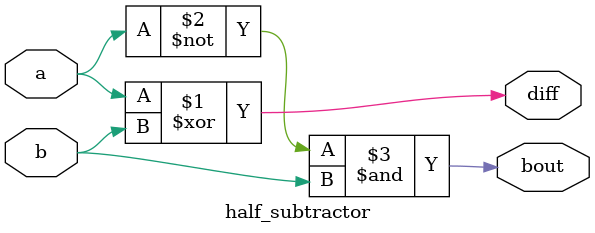
<source format=v>
module half_subtractor(
  input a, b,
  output diff, bout
);

  assign diff = a ^ b;
  assign bout = ~a & b;
  
endmodule

</source>
